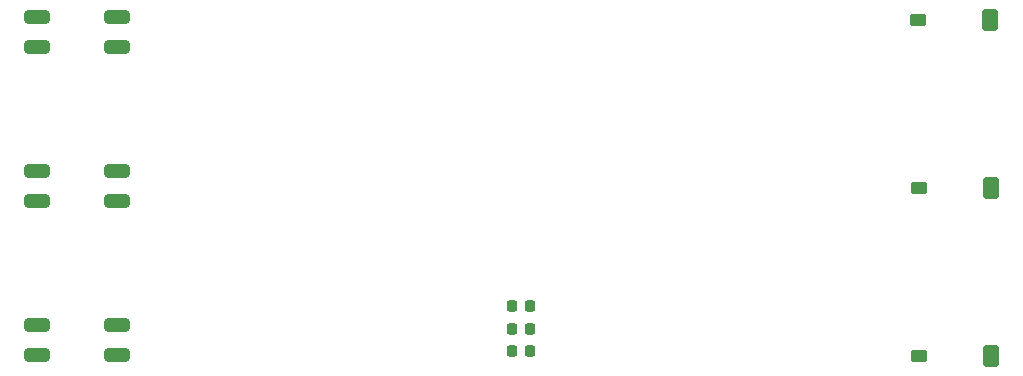
<source format=gbr>
%TF.GenerationSoftware,KiCad,Pcbnew,9.0.7*%
%TF.CreationDate,2026-01-06T11:15:33-08:00*%
%TF.ProjectId,v1.2,76312e32-2e6b-4696-9361-645f70636258,rev?*%
%TF.SameCoordinates,Original*%
%TF.FileFunction,Paste,Bot*%
%TF.FilePolarity,Positive*%
%FSLAX46Y46*%
G04 Gerber Fmt 4.6, Leading zero omitted, Abs format (unit mm)*
G04 Created by KiCad (PCBNEW 9.0.7) date 2026-01-06 11:15:33*
%MOMM*%
%LPD*%
G01*
G04 APERTURE LIST*
G04 Aperture macros list*
%AMRoundRect*
0 Rectangle with rounded corners*
0 $1 Rounding radius*
0 $2 $3 $4 $5 $6 $7 $8 $9 X,Y pos of 4 corners*
0 Add a 4 corners polygon primitive as box body*
4,1,4,$2,$3,$4,$5,$6,$7,$8,$9,$2,$3,0*
0 Add four circle primitives for the rounded corners*
1,1,$1+$1,$2,$3*
1,1,$1+$1,$4,$5*
1,1,$1+$1,$6,$7*
1,1,$1+$1,$8,$9*
0 Add four rect primitives between the rounded corners*
20,1,$1+$1,$2,$3,$4,$5,0*
20,1,$1+$1,$4,$5,$6,$7,0*
20,1,$1+$1,$6,$7,$8,$9,0*
20,1,$1+$1,$8,$9,$2,$3,0*%
G04 Aperture macros list end*
%ADD10RoundRect,0.162500X-0.487500X-0.787500X0.487500X-0.787500X0.487500X0.787500X-0.487500X0.787500X0*%
%ADD11RoundRect,0.137500X-0.512500X-0.412500X0.512500X-0.412500X0.512500X0.412500X-0.512500X0.412500X0*%
%ADD12RoundRect,0.250000X0.830000X0.310000X-0.830000X0.310000X-0.830000X-0.310000X0.830000X-0.310000X0*%
%ADD13RoundRect,0.225000X0.225000X0.250000X-0.225000X0.250000X-0.225000X-0.250000X0.225000X-0.250000X0*%
G04 APERTURE END LIST*
D10*
%TO.C,D2*%
X127100000Y-141700000D03*
D11*
X121000000Y-141700000D03*
%TD*%
D10*
%TO.C,D3*%
X127050000Y-113300000D03*
D11*
X120950000Y-113300000D03*
%TD*%
D10*
%TO.C,D4*%
X127100000Y-127500000D03*
D11*
X121000000Y-127500000D03*
%TD*%
D12*
%TO.C,SW3*%
X46335000Y-113030000D03*
X46335000Y-115570000D03*
X53065000Y-115570000D03*
X53065000Y-113030000D03*
%TD*%
D13*
%TO.C,C3*%
X88100000Y-139400000D03*
X86550000Y-139400000D03*
%TD*%
D12*
%TO.C,SW1*%
X53065000Y-139130000D03*
X53065000Y-141670000D03*
X46335000Y-141670000D03*
X46335000Y-139130000D03*
%TD*%
D13*
%TO.C,C1*%
X88100000Y-141300000D03*
X86550000Y-141300000D03*
%TD*%
D12*
%TO.C,SW2*%
X53065000Y-126030000D03*
X53065000Y-128570000D03*
X46335000Y-128570000D03*
X46335000Y-126030000D03*
%TD*%
D13*
%TO.C,C2*%
X88100000Y-137500000D03*
X86550000Y-137500000D03*
%TD*%
M02*

</source>
